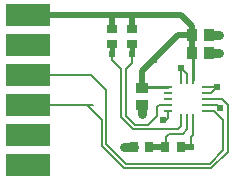
<source format=gtl>
G04 Layer_Physical_Order=1*
G04 Layer_Color=25308*
%FSLAX25Y25*%
%MOIN*%
G70*
G01*
G75*
%ADD10R,0.03740X0.03150*%
%ADD11R,0.03150X0.03740*%
%ADD12R,0.04134X0.03740*%
%ADD13O,0.00984X0.03150*%
%ADD14O,0.03150X0.00984*%
%ADD15R,0.03740X0.04134*%
%ADD16R,0.15000X0.07600*%
%ADD17C,0.00600*%
%ADD18C,0.02000*%
%ADD19C,0.03000*%
%ADD20C,0.01500*%
%ADD21C,0.01000*%
%ADD22C,0.02400*%
D10*
X140500Y473059D02*
D03*
Y467941D02*
D03*
X147000Y473059D02*
D03*
Y467941D02*
D03*
D11*
X163391Y433699D02*
D03*
X158273D02*
D03*
X152891D02*
D03*
X147773D02*
D03*
D12*
X150500Y447646D02*
D03*
Y453354D02*
D03*
D13*
X163531Y455799D02*
D03*
X165500D02*
D03*
X167469D02*
D03*
Y443201D02*
D03*
X165500D02*
D03*
X163531D02*
D03*
D14*
X171799Y453437D02*
D03*
Y451469D02*
D03*
Y449500D02*
D03*
Y447532D02*
D03*
Y445563D02*
D03*
X159201D02*
D03*
Y447532D02*
D03*
Y449500D02*
D03*
Y451469D02*
D03*
Y453437D02*
D03*
D15*
X172854Y465000D02*
D03*
X167146D02*
D03*
X172854Y471000D02*
D03*
X167146D02*
D03*
D16*
X112500Y447500D02*
D03*
Y457500D02*
D03*
Y467500D02*
D03*
Y477500D02*
D03*
Y437500D02*
D03*
Y427500D02*
D03*
D17*
X166832Y433699D02*
Y436832D01*
X167469Y437468D01*
Y443201D01*
X177500Y432500D02*
Y442500D01*
X174437Y445563D02*
X177500Y442500D01*
X171799Y445563D02*
X174437D01*
X173000Y428000D02*
X177500Y432500D01*
X145000Y428000D02*
X173000D01*
X140500Y462500D02*
Y464500D01*
Y462500D02*
X143500Y459500D01*
X177000Y449500D02*
X179000Y447500D01*
Y432000D02*
Y447500D01*
X173500Y426500D02*
X179000Y432000D01*
X175469Y447532D02*
X176500Y446500D01*
X171799Y447532D02*
X175469D01*
X171799Y449500D02*
X177000D01*
X138500Y434500D02*
X145000Y428000D01*
X112500Y447500D02*
X134000D01*
X132000D02*
X137000Y442500D01*
Y434000D02*
Y442500D01*
Y434000D02*
X144500Y426500D01*
X173500D01*
X112500Y457500D02*
X133500D01*
X138500Y452500D01*
Y434500D02*
Y452500D01*
X159500Y438000D02*
X164000D01*
X158441Y436941D02*
X159500Y438000D01*
X158441Y433500D02*
Y436941D01*
X159201Y443201D02*
Y445563D01*
X158500Y442500D02*
X159201Y443201D01*
X157500Y442500D02*
X158500D01*
X171799Y451469D02*
X173468D01*
X175437Y453437D01*
X171799D02*
X175437D01*
X165500Y455799D02*
Y458000D01*
X163500Y460000D02*
X165500Y458000D01*
X163500Y455831D02*
Y460000D01*
X155500Y444000D02*
Y447000D01*
X152500Y441000D02*
X155500Y444000D01*
X148000Y441000D02*
X152500D01*
X164000Y438000D02*
X165500Y439500D01*
Y443201D01*
X147000Y461500D02*
Y464500D01*
X145000Y459500D02*
X147000Y461500D01*
X145000Y444000D02*
Y459500D01*
X143500Y443500D02*
Y459500D01*
X147500Y439500D02*
X162500D01*
X143500Y443500D02*
X147500Y439500D01*
X163531Y440531D02*
Y443201D01*
X162500Y439500D02*
X163531Y440531D01*
X145000Y444000D02*
X148000Y441000D01*
X155500Y447000D02*
X156032Y447532D01*
X159201D01*
D18*
X150500Y459000D02*
X162500Y471000D01*
X163391Y433699D02*
X166832D01*
X152891D02*
X158273D01*
X112500Y477500D02*
X163500D01*
X147000Y473059D02*
Y477000D01*
X140500Y473059D02*
Y477500D01*
X167146Y471000D02*
Y473854D01*
Y465000D02*
Y471000D01*
X162500D02*
X167146D01*
X150500Y453354D02*
Y459000D01*
X163500Y477500D02*
X167146Y473854D01*
D19*
X144332Y433699D02*
X147773D01*
X172854Y465000D02*
X176000D01*
X172854Y471000D02*
X176000D01*
X150500Y444500D02*
Y447646D01*
D20*
X147000Y464500D02*
Y467941D01*
X140500Y464500D02*
Y467941D01*
D21*
X151000Y453854D02*
X151417Y453437D01*
X159201D01*
X167469Y455799D02*
Y464677D01*
D22*
X154332Y462699D02*
D03*
X176500Y446500D02*
D03*
X144332Y433699D02*
D03*
X166832D02*
D03*
X175500Y453500D02*
D03*
X163500Y460000D02*
D03*
X157500Y442500D02*
D03*
X150500Y444500D02*
D03*
X176000Y465000D02*
D03*
Y471000D02*
D03*
X140500Y464500D02*
D03*
X147000D02*
D03*
M02*

</source>
